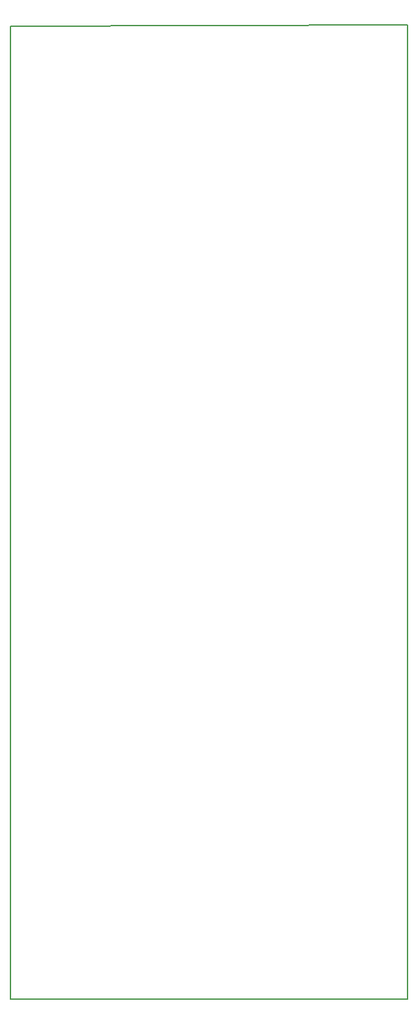
<source format=gbr>
G04 DipTrace 2.3.1.0*
%INVDG_BoardOutline.gbr*%
%MOIN*%
%ADD11C,0.0055*%
%FSLAX44Y44*%
G04*
G70*
G90*
G75*
G01*
%LNBoardOutline*%
%LPD*%
X3937Y53437D2*
D11*
X24181Y53499D1*
Y3937D1*
X3937D1*
Y53437D1*
M02*

</source>
